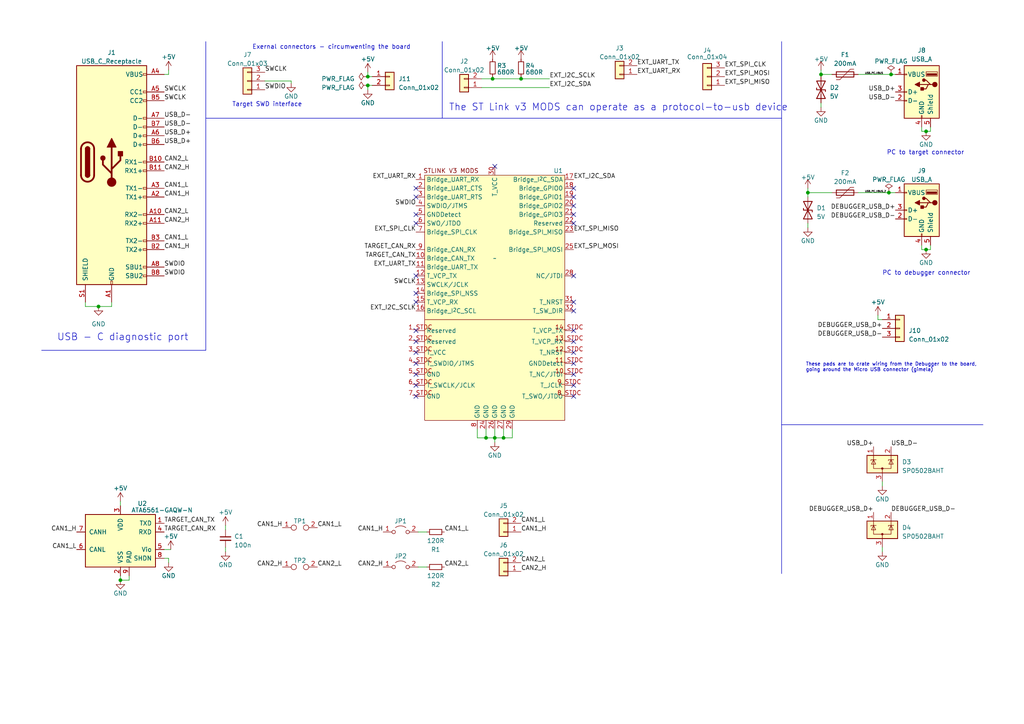
<source format=kicad_sch>
(kicad_sch (version 20230121) (generator eeschema)
  (paper "A4")
  (title_block (title "Diagnostic port - output board") (date "2023-02-23") (rev "${REVISION}") (company "Author: Szymon Kostrubiec") (comment 1 "Reviewer:"))
  (lib_symbols
    (symbol "Connector:TestPoint_2Pole" (pin_names (offset 0.762) hide)
      (property "Reference" "TP" (at 0 1.524 0))
      (property "Value" "TestPoint_2Pole" (at 0 -1.778 0))
      (symbol "TestPoint_2Pole_0_1"
        (circle (center -1.778 0) (radius 0.762))
        (circle (center 1.778 0) (radius 0.762))
        (pin passive line (at -5.08 0 0) (length 2.54) (name "1") (number "1"))
        (pin passive line (at 5.08 0 180) (length 2.54) (name "2") (number "2"))
      )
    )
    (symbol "Connector:USB_A" (pin_names (offset 1.016))
      (property "Reference" "J" (at -5.08 11.43 0))
      (property "Value" "USB_A" (at -5.08 8.89 0))
      (symbol "USB_A_0_1"
        (rectangle (start -5.08 -7.62) (end 5.08 7.62) (stroke (width 0.254)) (fill (type background)))
        (circle (center -3.81 2.159) (radius 0.635) (stroke (width 0.254)) (fill (type outline)))
        (rectangle (start -1.524 4.826) (end -4.318 5.334) (fill (type outline)))
        (rectangle (start -1.27 4.572) (end -4.572 5.842))
        (circle (center -0.635 3.429) (radius 0.381) (stroke (width 0.254)) (fill (type outline)))
        (rectangle (start -0.127 -7.62) (end 0.127 -6.858))
        (polyline (pts (xy -3.175 2.159) (xy -2.54 2.159) (xy -1.27 3.429) (xy -0.635 3.429)) (stroke (width 0.254)))
        (polyline (pts (xy -2.54 2.159) (xy -1.905 2.159) (xy -1.27 0.889) (xy 0 0.889)) (stroke (width 0.254)))
        (polyline (pts (xy 0.635 2.794) (xy 0.635 1.524) (xy 1.905 2.159) (xy 0.635 2.794)) (stroke (width 0.254)) (fill (type outline)))
        (rectangle (start 0.254 1.27) (end -0.508 0.508) (stroke (width 0.254)) (fill (type outline)))
        (rectangle (start 5.08 -2.667) (end 4.318 -2.413))
        (rectangle (start 5.08 -0.127) (end 4.318 0.127))
        (rectangle (start 5.08 4.953) (end 4.318 5.207))
      )
      (symbol "USB_A_1_1"
        (polyline (pts (xy -1.905 2.159) (xy 0.635 2.159)) (stroke (width 0.254)))
        (pin power_in line (at 7.62 5.08 180) (length 2.54) (name "VBUS") (number "1"))
        (pin bidirectional line (at 7.62 -2.54 180) (length 2.54) (name "D-") (number "2"))
        (pin bidirectional line (at 7.62 0 180) (length 2.54) (name "D+") (number "3"))
        (pin power_in line (at 0 -10.16 90) (length 2.54) (name "GND") (number "4"))
        (pin passive line (at -2.54 -10.16 90) (length 2.54) (name "Shield") (number "5"))
      )
    )
    (symbol "Connector:USB_C_Receptacle" (pin_names (offset 1.016))
      (property "Reference" "J" (at -10.16 29.21 0))
      (property "Value" "USB_C_Receptacle" (at 10.16 29.21 0))
      (symbol "USB_C_Receptacle_0_0"
        (rectangle (start -0.254 -35.56) (end 0.254 -34.544))
        (rectangle (start 10.16 -32.766) (end 9.144 -33.274))
        (rectangle (start 10.16 -30.226) (end 9.144 -30.734))
        (rectangle (start 10.16 -25.146) (end 9.144 -25.654))
        (rectangle (start 10.16 -22.606) (end 9.144 -23.114))
        (rectangle (start 10.16 -17.526) (end 9.144 -18.034))
        (rectangle (start 10.16 -14.986) (end 9.144 -15.494))
        (rectangle (start 10.16 -9.906) (end 9.144 -10.414))
        (rectangle (start 10.16 -7.366) (end 9.144 -7.874))
        (rectangle (start 10.16 -2.286) (end 9.144 -2.794))
        (rectangle (start 10.16 0.254) (end 9.144 -0.254))
        (rectangle (start 10.16 5.334) (end 9.144 4.826))
        (rectangle (start 10.16 7.874) (end 9.144 7.366))
        (rectangle (start 10.16 10.414) (end 9.144 9.906))
        (rectangle (start 10.16 12.954) (end 9.144 12.446))
        (rectangle (start 10.16 18.034) (end 9.144 17.526))
        (rectangle (start 10.16 20.574) (end 9.144 20.066))
        (rectangle (start 10.16 25.654) (end 9.144 25.146))
      )
      (symbol "USB_C_Receptacle_0_1"
        (rectangle (start -10.16 27.94) (end 10.16 -35.56) (stroke (width 0.254)) (fill (type background)))
        (arc (start -8.89 -3.81) (mid -6.985 -5.7067) (end -5.08 -3.81) (stroke (width 0.508)))
        (arc (start -7.62 -3.81) (mid -6.985 -4.4423) (end -6.35 -3.81) (stroke (width 0.254)))
        (arc (start -7.62 -3.81) (mid -6.985 -4.4423) (end -6.35 -3.81) (stroke (width 0.254)) (fill (type outline)))
        (rectangle (start -7.62 -3.81) (end -6.35 3.81) (stroke (width 0.254)) (fill (type outline)))
        (arc (start -6.35 3.81) (mid -6.985 4.4423) (end -7.62 3.81) (stroke (width 0.254)))
        (arc (start -6.35 3.81) (mid -6.985 4.4423) (end -7.62 3.81) (stroke (width 0.254)) (fill (type outline)))
        (arc (start -5.08 3.81) (mid -6.985 5.7067) (end -8.89 3.81) (stroke (width 0.508)))
        (polyline (pts (xy -8.89 -3.81) (xy -8.89 3.81)) (stroke (width 0.508)))
        (polyline (pts (xy -5.08 3.81) (xy -5.08 -3.81)) (stroke (width 0.508)))
      )
      (symbol "USB_C_Receptacle_1_1"
        (circle (center -2.54 1.143) (radius 0.635) (stroke (width 0.254)) (fill (type outline)))
        (circle (center 0 -5.842) (radius 1.27) (fill (type outline)))
        (polyline (pts (xy 0 -5.842) (xy 0 4.318)) (stroke (width 0.508)))
        (polyline (pts (xy 0 -3.302) (xy -2.54 -0.762) (xy -2.54 0.508)) (stroke (width 0.508)))
        (polyline (pts (xy 0 -2.032) (xy 2.54 0.508) (xy 2.54 1.778)) (stroke (width 0.508)))
        (polyline (pts (xy -1.27 4.318) (xy 0 6.858) (xy 1.27 4.318) (xy -1.27 4.318)) (stroke (width 0.254)) (fill (type outline)))
        (rectangle (start 1.905 1.778) (end 3.175 3.048) (stroke (width 0.254)) (fill (type outline)))
        (pin passive line (at 0 -40.64 90) (length 5.08) (name "GND") (number "A1"))
        (pin bidirectional line (at 15.24 -15.24 180) (length 5.08) (name "RX2-") (number "A10"))
        (pin bidirectional line (at 15.24 -17.78 180) (length 5.08) (name "RX2+") (number "A11"))
        (pin passive line (at 0 -40.64 90) (length 5.08) hide (name "GND") (number "A12"))
        (pin bidirectional line (at 15.24 -10.16 180) (length 5.08) (name "TX1+") (number "A2"))
        (pin bidirectional line (at 15.24 -7.62 180) (length 5.08) (name "TX1-") (number "A3"))
        (pin passive line (at 15.24 25.4 180) (length 5.08) (name "VBUS") (number "A4"))
        (pin bidirectional line (at 15.24 20.32 180) (length 5.08) (name "CC1") (number "A5"))
        (pin bidirectional line (at 15.24 7.62 180) (length 5.08) (name "D+") (number "A6"))
        (pin bidirectional line (at 15.24 12.7 180) (length 5.08) (name "D-") (number "A7"))
        (pin bidirectional line (at 15.24 -30.48 180) (length 5.08) (name "SBU1") (number "A8"))
        (pin passive line (at 15.24 25.4 180) (length 5.08) hide (name "VBUS") (number "A9"))
        (pin passive line (at 0 -40.64 90) (length 5.08) hide (name "GND") (number "B1"))
        (pin bidirectional line (at 15.24 0 180) (length 5.08) (name "RX1-") (number "B10"))
        (pin bidirectional line (at 15.24 -2.54 180) (length 5.08) (name "RX1+") (number "B11"))
        (pin passive line (at 0 -40.64 90) (length 5.08) hide (name "GND") (number "B12"))
        (pin bidirectional line (at 15.24 -25.4 180) (length 5.08) (name "TX2+") (number "B2"))
        (pin bidirectional line (at 15.24 -22.86 180) (length 5.08) (name "TX2-") (number "B3"))
        (pin passive line (at 15.24 25.4 180) (length 5.08) hide (name "VBUS") (number "B4"))
        (pin bidirectional line (at 15.24 17.78 180) (length 5.08) (name "CC2") (number "B5"))
        (pin bidirectional line (at 15.24 5.08 180) (length 5.08) (name "D+") (number "B6"))
        (pin bidirectional line (at 15.24 10.16 180) (length 5.08) (name "D-") (number "B7"))
        (pin bidirectional line (at 15.24 -33.02 180) (length 5.08) (name "SBU2") (number "B8"))
        (pin passive line (at 15.24 25.4 180) (length 5.08) hide (name "VBUS") (number "B9"))
        (pin passive line (at -7.62 -40.64 90) (length 5.08) (name "SHIELD") (number "S1"))
      )
    )
    (symbol "Connector_Generic:Conn_01x02" (pin_names (offset 1.016) hide)
      (property "Reference" "J" (at 0 2.54 0))
      (property "Value" "Conn_01x02" (at 0 -5.08 0))
      (symbol "Conn_01x02_1_1"
        (rectangle (start -1.27 -2.413) (end 0 -2.667) (stroke (width 0.1524)))
        (rectangle (start -1.27 0.127) (end 0 -0.127) (stroke (width 0.1524)))
        (rectangle (start -1.27 1.27) (end 1.27 -3.81) (stroke (width 0.254)) (fill (type background)))
        (pin passive line (at -5.08 0 0) (length 3.81) (name "Pin_1") (number "1"))
        (pin passive line (at -5.08 -2.54 0) (length 3.81) (name "Pin_2") (number "2"))
      )
    )
    (symbol "Connector_Generic:Conn_01x03" (pin_names (offset 1.016) hide)
      (property "Reference" "J" (at 0 5.08 0))
      (property "Value" "Conn_01x03" (at 0 -5.08 0))
      (symbol "Conn_01x03_1_1"
        (rectangle (start -1.27 -2.413) (end 0 -2.667) (stroke (width 0.1524)))
        (rectangle (start -1.27 0.127) (end 0 -0.127) (stroke (width 0.1524)))
        (rectangle (start -1.27 2.667) (end 0 2.413) (stroke (width 0.1524)))
        (rectangle (start -1.27 3.81) (end 1.27 -3.81) (stroke (width 0.254)) (fill (type background)))
        (pin passive line (at -5.08 2.54 0) (length 3.81) (name "Pin_1") (number "1"))
        (pin passive line (at -5.08 0 0) (length 3.81) (name "Pin_2") (number "2"))
        (pin passive line (at -5.08 -2.54 0) (length 3.81) (name "Pin_3") (number "3"))
      )
    )
    (symbol "Device:C_Small" (pin_numbers hide) (pin_names (offset 0.254) hide)
      (property "Reference" "C" (at 0.254 1.778 0))
      (property "Value" "C_Small" (at 0.254 -2.032 0))
      (symbol "C_Small_0_1"
        (polyline (pts (xy -1.524 -0.508) (xy 1.524 -0.508)) (stroke (width 0.3302)))
        (polyline (pts (xy -1.524 0.508) (xy 1.524 0.508)) (stroke (width 0.3048)))
      )
      (symbol "C_Small_1_1"
        (pin passive line (at 0 2.54 270) (length 2.032) (name "~") (number "1"))
        (pin passive line (at 0 -2.54 90) (length 2.032) (name "~") (number "2"))
      )
    )
    (symbol "Device:D_TVS" (pin_numbers hide) (pin_names (offset 1.016) hide)
      (property "Reference" "D" (at 0 2.54 0))
      (property "Value" "D_TVS" (at 0 -2.54 0))
      (symbol "D_TVS_0_1"
        (polyline (pts (xy 1.27 0) (xy -1.27 0)))
        (polyline (pts (xy 0.508 1.27) (xy 0 1.27) (xy 0 -1.27) (xy -0.508 -1.27)) (stroke (width 0.254)))
        (polyline (pts (xy -2.54 1.27) (xy -2.54 -1.27) (xy 2.54 1.27) (xy 2.54 -1.27) (xy -2.54 1.27)) (stroke (width 0.254)))
      )
      (symbol "D_TVS_1_1"
        (pin passive line (at -3.81 0 0) (length 2.54) (name "A1") (number "1"))
        (pin passive line (at 3.81 0 180) (length 2.54) (name "A2") (number "2"))
      )
    )
    (symbol "Device:Polyfuse" (pin_numbers hide) (pin_names (offset 0))
      (property "Reference" "F" (at -2.54 0 90))
      (property "Value" "Polyfuse" (at 2.54 0 90))
      (symbol "Polyfuse_0_1"
        (rectangle (start -0.762 2.54) (end 0.762 -2.54) (stroke (width 0.254)))
        (polyline (pts (xy 0 2.54) (xy 0 -2.54)))
        (polyline (pts (xy -1.524 2.54) (xy -1.524 1.524) (xy 1.524 -1.524) (xy 1.524 -2.54)))
      )
      (symbol "Polyfuse_1_1"
        (pin passive line (at 0 3.81 270) (length 1.27) (name "~") (number "1"))
        (pin passive line (at 0 -3.81 90) (length 1.27) (name "~") (number "2"))
      )
    )
    (symbol "Device:R_Small" (pin_numbers hide) (pin_names (offset 0.254) hide)
      (property "Reference" "R" (at 0.762 0.508 0))
      (property "Value" "R_Small" (at 0.762 -1.016 0))
      (symbol "R_Small_0_1"
        (rectangle (start -0.762 1.778) (end 0.762 -1.778) (stroke (width 0.2032)))
      )
      (symbol "R_Small_1_1"
        (pin passive line (at 0 2.54 270) (length 0.762) (name "~") (number "1"))
        (pin passive line (at 0 -2.54 90) (length 0.762) (name "~") (number "2"))
      )
    )
    (symbol "Interface_CAN_LIN:MCP2562-E-MF" (pin_names (offset 1.016))
      (property "Reference" "U" (at -10.16 8.89 0))
      (property "Value" "MCP2562-E-MF" (at 2.54 8.89 0))
      (symbol "MCP2562-E-MF_0_1"
        (rectangle (start -10.16 7.62) (end 10.16 -7.62) (stroke (width 0.254)) (fill (type background)))
      )
      (symbol "MCP2562-E-MF_1_1"
        (pin input line (at -12.7 5.08 0) (length 2.54) (name "TXD") (number "1"))
        (pin power_in line (at 0 -10.16 90) (length 2.54) (name "VSS") (number "2"))
        (pin power_in line (at 0 10.16 270) (length 2.54) (name "VDD") (number "3"))
        (pin output line (at -12.7 2.54 0) (length 2.54) (name "RXD") (number "4"))
        (pin power_in line (at -12.7 -2.54 0) (length 2.54) (name "Vio") (number "5"))
        (pin bidirectional line (at 12.7 -2.54 180) (length 2.54) (name "CANL") (number "6"))
        (pin bidirectional line (at 12.7 2.54 180) (length 2.54) (name "CANH") (number "7"))
        (pin input line (at -12.7 -5.08 0) (length 2.54) (name "SHDN") (number "8"))
        (pin power_in line (at -2.54 -10.16 90) (length 2.54) (name "PAD") (number "9"))
      )
    )
    (symbol "Jumper:Jumper_2_Open" (pin_names (offset 0) hide)
      (property "Reference" "JP" (at 0 2.794 0))
      (property "Value" "Jumper_2_Open" (at 0 -2.286 0))
      (symbol "Jumper_2_Open_0_0"
        (circle (center -2.032 0) (radius 0.508))
        (circle (center 2.032 0) (radius 0.508))
      )
      (symbol "Jumper_2_Open_0_1"
        (arc (start 1.524 1.27) (mid 0 1.778) (end -1.524 1.27))
      )
      (symbol "Jumper_2_Open_1_1"
        (pin passive line (at -5.08 0 0) (length 2.54) (name "A") (number "1"))
        (pin passive line (at 5.08 0 180) (length 2.54) (name "B") (number "2"))
      )
    )
    (symbol "Power_Protection:SP0502BAHT" (pin_names hide)
      (property "Reference" "D" (at 5.715 2.54 0))
      (property "Value" "SP0502BAHT" (at 5.715 0.635 0))
      (symbol "SP0502BAHT_0_0"
        (pin passive line (at 0 -5.08 90) (length 2.54) (name "A") (number "3"))
      )
      (symbol "SP0502BAHT_0_1"
        (rectangle (start -4.445 2.54) (end 4.445 -2.54) (stroke (width 0.254)) (fill (type background)))
        (circle (center 0 -1.27) (radius 0.254) (fill (type outline)))
        (polyline (pts (xy -2.54 2.54) (xy -2.54 1.27)))
        (polyline (pts (xy 0 -1.27) (xy 0 -2.54)))
        (polyline (pts (xy 2.54 2.54) (xy 2.54 1.27)))
        (polyline (pts (xy -3.302 1.016) (xy -3.302 1.27) (xy -1.905 1.27) (xy -1.778 1.27)))
        (polyline (pts (xy -2.54 1.27) (xy -2.54 -1.27) (xy 2.54 -1.27) (xy 2.54 1.27)))
        (polyline (pts (xy -2.54 1.27) (xy -1.905 0) (xy -3.175 0) (xy -2.54 1.27)))
        (polyline (pts (xy 1.778 1.016) (xy 1.778 1.27) (xy 3.175 1.27) (xy 3.302 1.27)))
        (polyline (pts (xy 2.54 1.27) (xy 1.905 0) (xy 3.175 0) (xy 2.54 1.27)))
      )
      (symbol "SP0502BAHT_1_1"
        (pin passive line (at -2.54 5.08 270) (length 2.54) (name "K") (number "1"))
        (pin passive line (at 2.54 5.08 270) (length 2.54) (name "K") (number "2"))
      )
    )
    (symbol "power:+5V" (power) (pin_names (offset 0))
      (property "Value" "+5V" (at 0 3.556 0))
      (symbol "+5V_0_1"
        (polyline (pts (xy -0.762 1.27) (xy 0 2.54)))
        (polyline (pts (xy 0 0) (xy 0 2.54)))
        (polyline (pts (xy 0 2.54) (xy 0.762 1.27)))
      )
      (symbol "+5V_1_1"
        (pin power_in line (at 0 0 90) (length 0) hide (name "+5V") (number "1"))
      )
    )
    (symbol "power:GND" (power) (pin_names (offset 0))
      (property "Value" "GND" (at 0 -3.81 0))
      (symbol "GND_0_1"
        (polyline (pts (xy 0 0) (xy 0 -1.27) (xy 1.27 -1.27) (xy 0 -2.54) (xy -1.27 -1.27) (xy 0 -1.27)))
      )
      (symbol "GND_1_1"
        (pin power_in line (at 0 0 270) (length 0) hide (name "GND") (number "1"))
      )
    )
    (symbol "power:PWR_FLAG" (power) (pin_numbers hide) (pin_names (offset 0) hide)
      (property "Value" "PWR_FLAG" (at 0 3.81 0))
      (symbol "PWR_FLAG_0_0"
        (pin power_out line (at 0 0 90) (length 0) (name "pwr") (number "1"))
      )
      (symbol "PWR_FLAG_0_1"
        (polyline (pts (xy 0 0) (xy 0 1.27) (xy -1.016 1.905) (xy 0 2.54) (xy 1.016 1.905) (xy 0 1.27)))
      )
    )
    (symbol "stlink:ST_LINK_V3_MODS"
      (property "Reference" "U" (at 19.05 25.4 0))
      (symbol "ST_LINK_V3_MODS_0_1"
        (rectangle (start -20.32 24.13) (end 20.32 -46.99) (fill (type background)))
        (polyline (pts (xy -20.32 -17.78) (xy 20.32 -17.78)))
        (text "STLINK V3 MODS" (at -12.7 25.4 0) (effects (font (size 1.27 1.27))))
      )
      (symbol "ST_LINK_V3_MODS_1_1"
        (pin input line (at -22.86 22.86 0) (length 2.54) (name "Bridge_UART_RX") (number "1"))
        (pin output line (at -22.86 0 0) (length 2.54) (name "Bridge_CAN_TX") (number "10"))
        (pin output line (at 22.86 -33.655 180) (length 2.54) (name "T_NC/JTDI") (number "10_STDC"))
        (pin output line (at -22.86 -2.54 0) (length 2.54) (name "Bridge_UART_TX") (number "11"))
        (pin output line (at 22.86 -30.48 180) (length 2.54) (name "GNDDetect") (number "11_STDC"))
        (pin input line (at -22.86 -5.08 0) (length 2.54) (name "T_VCP_TX") (number "12"))
        (pin output line (at 22.86 -27.305 180) (length 2.54) (name "T_NRST") (number "12_STDC"))
        (pin output line (at -22.86 -7.62 0) (length 2.54) (name "SWCLK/JCLK") (number "13"))
        (pin output line (at 22.86 -24.13 180) (length 2.54) (name "T_VCP_RX") (number "13_STDC"))
        (pin bidirectional line (at -22.86 -10.16 0) (length 2.54) (name "Bridge_SPI_NSS") (number "14"))
        (pin output line (at 22.86 -20.955 180) (length 2.54) (name "T_VCP_TX") (number "14_STDC"))
        (pin output line (at -22.86 -12.7 0) (length 2.54) (name "T_VCP_RX") (number "15"))
        (pin output line (at -22.86 -15.24 0) (length 2.54) (name "Bridge_I^{2}C_SCL") (number "16"))
        (pin bidirectional line (at 22.86 22.86 180) (length 2.54) (name "Bridge_I^{2}C_SDA") (number "17"))
        (pin bidirectional line (at 22.86 20.32 180) (length 2.54) (name "Bridge_GPIO0") (number "18"))
        (pin bidirectional line (at 22.86 17.78 180) (length 2.54) (name "Bridge_GPIO1") (number "19"))
        (pin output line (at -22.86 -20.955 0) (length 2.54) (name "Reserved") (number "1_STDC"))
        (pin input line (at -22.86 20.32 0) (length 2.54) (name "Bridge_UART_CTS") (number "2"))
        (pin bidirectional line (at 22.86 15.24 180) (length 2.54) (name "Bridge_GPIO2") (number "20"))
        (pin bidirectional line (at 22.86 12.7 180) (length 2.54) (name "Bridge_GPIO3") (number "21"))
        (pin power_in line (at 22.86 10.16 180) (length 2.54) (name "Reserved") (number "22"))
        (pin bidirectional line (at 22.86 7.62 180) (length 2.54) (name "Bridge_SPI_MISO") (number "23"))
        (pin power_in line (at -2.54 -49.53 90) (length 2.54) (name "GND") (number "24"))
        (pin output line (at 22.86 2.54 180) (length 2.54) (name "Bridge_SPI_MOSI") (number "25"))
        (pin power_in line (at 0 -49.53 90) (length 2.54) (name "GND") (number "26"))
        (pin power_in line (at 2.54 -49.53 90) (length 2.54) (name "GND") (number "27"))
        (pin output line (at 22.86 -5.08 180) (length 2.54) (name "NC/JTDI") (number "28"))
        (pin power_in line (at 5.08 -49.53 90) (length 2.54) (name "GND") (number "29"))
        (pin output line (at -22.86 -24.13 0) (length 2.54) (name "Reserved") (number "2_STDC"))
        (pin output line (at -22.86 17.78 0) (length 2.54) (name "Bridge_UART_RTS") (number "3"))
        (pin power_in line (at 0 26.67 270) (length 2.54) (name "T_VCC") (number "30"))
        (pin output line (at 22.86 -12.7 180) (length 2.54) (name "T_NRST") (number "31"))
        (pin output line (at 22.86 -15.24 180) (length 2.54) (name "T_SW_DIR") (number "32"))
        (pin output line (at -22.86 -27.305 0) (length 2.54) (name "T_VCC") (number "3_STDC"))
        (pin bidirectional line (at -22.86 15.24 0) (length 2.54) (name "SWDIO/JTMS") (number "4"))
        (pin output line (at -22.86 -30.48 0) (length 2.54) (name "T_SWDIO/JTMS") (number "4_STDC"))
        (pin output line (at -22.86 12.7 0) (length 2.54) (name "GNDDetect") (number "5"))
        (pin output line (at -22.86 -33.655 0) (length 2.54) (name "GND") (number "5_STDC"))
        (pin input line (at -22.86 10.16 0) (length 2.54) (name "SWO/JTDO") (number "6"))
        (pin output line (at -22.86 -36.83 0) (length 2.54) (name "T_SWCLK/JCLK") (number "6_STDC"))
        (pin bidirectional line (at -22.86 7.62 0) (length 2.54) (name "Bridge_SPI_CLK") (number "7"))
        (pin output line (at -22.86 -40.005 0) (length 2.54) (name "GND") (number "7_STDC"))
        (pin power_in line (at -5.08 -49.53 90) (length 2.54) (name "GND") (number "8"))
        (pin output line (at 22.86 -40.005 180) (length 2.54) (name "T_SWO/JTDO") (number "8_STDC"))
        (pin input line (at -22.86 2.54 0) (length 2.54) (name "Bridge_CAN_RX") (number "9"))
        (pin output line (at 22.86 -36.83 180) (length 2.54) (name "T_JCLK") (number "9_STDC"))
      )
    )
  )
  (junction (at 268.605 38.1))
  (junction (at 28.575 88.9))
  (junction (at 146.05 127))
  (junction (at 106.68 24.765))
  (junction (at 257.81 55.88))
  (junction (at 34.925 168.275))
  (junction (at 151.13 22.86))
  (junction (at 142.875 22.86))
  (junction (at 106.68 22.225))
  (junction (at 258.445 21.59))
  (junction (at 143.51 127))
  (junction (at 140.97 127))
  (junction (at 238.125 21.59))
  (junction (at 234.315 55.88))
  (junction (at 268.605 72.39))
  (no_connect (at 120.65 87.63))
  (no_connect (at 166.37 114.935))
  (no_connect (at 166.37 62.23))
  (no_connect (at 166.37 95.885))
  (no_connect (at 120.65 111.76))
  (no_connect (at 166.37 64.77))
  (no_connect (at 166.37 57.15))
  (no_connect (at 166.37 59.69))
  (no_connect (at 143.51 48.26))
  (no_connect (at 120.65 80.01))
  (no_connect (at 120.65 57.15))
  (no_connect (at 166.37 105.41))
  (no_connect (at 120.65 99.06))
  (no_connect (at 120.65 102.235))
  (no_connect (at 166.37 87.63))
  (no_connect (at 166.37 80.01))
  (no_connect (at 120.65 95.885))
  (no_connect (at 166.37 111.76))
  (no_connect (at 120.65 54.61))
  (no_connect (at 120.65 62.23))
  (no_connect (at 120.65 108.585))
  (no_connect (at 166.37 99.06))
  (no_connect (at 120.65 64.77))
  (no_connect (at 166.37 108.585))
  (no_connect (at 166.37 102.235))
  (no_connect (at 120.65 85.09))
  (no_connect (at 166.37 90.17))
  (no_connect (at 166.37 54.61))
  (no_connect (at 120.65 105.41))
  (no_connect (at 120.65 114.935))
  (wire (pts (xy 47.625 161.925) (xy 48.895 161.925)))
  (wire (pts (xy 267.335 71.12) (xy 267.335 72.39)))
  (wire (pts (xy 106.68 26.035) (xy 106.68 24.765)))
  (wire (pts (xy 142.875 22.225) (xy 142.875 22.86)))
  (wire (pts (xy 143.51 124.46) (xy 143.51 127)))
  (polyline (pts (xy 226.695 12.065) (xy 226.695 166.37)))
  (wire (pts (xy 269.875 38.1) (xy 268.605 38.1)))
  (wire (pts (xy 138.43 124.46) (xy 138.43 127)))
  (wire (pts (xy 267.335 38.1) (xy 268.605 38.1)))
  (wire (pts (xy 269.875 71.12) (xy 269.875 72.39)))
  (wire (pts (xy 234.315 64.77) (xy 234.315 66.04)))
  (wire (pts (xy 84.455 24.13) (xy 84.455 23.495)))
  (wire (pts (xy 269.875 36.83) (xy 269.875 38.1)))
  (wire (pts (xy 65.405 152.4) (xy 65.405 153.67)))
  (polyline (pts (xy 59.69 101.6) (xy 59.69 12.065)))
  (wire (pts (xy 34.925 168.275) (xy 37.465 168.275)))
  (wire (pts (xy 48.895 163.195) (xy 48.895 161.925)))
  (wire (pts (xy 151.13 22.86) (xy 159.385 22.86)))
  (wire (pts (xy 248.92 55.88) (xy 257.81 55.88)))
  (wire (pts (xy 148.59 127) (xy 146.05 127)))
  (wire (pts (xy 234.315 54.61) (xy 234.315 55.88)))
  (wire (pts (xy 269.875 72.39) (xy 268.605 72.39)))
  (wire (pts (xy 24.765 88.9) (xy 28.575 88.9)))
  (wire (pts (xy 241.3 21.59) (xy 238.125 21.59)))
  (wire (pts (xy 143.51 127) (xy 143.51 128.27)))
  (wire (pts (xy 106.68 20.955) (xy 106.68 22.225)))
  (polyline (pts (xy 128.27 34.29) (xy 128.27 12.065)))
  (wire (pts (xy 146.05 124.46) (xy 146.05 127)))
  (wire (pts (xy 140.97 127) (xy 143.51 127)))
  (wire (pts (xy 255.905 92.71) (xy 254.635 92.71)))
  (wire (pts (xy 121.285 164.465) (xy 123.825 164.465)))
  (wire (pts (xy 234.315 55.88) (xy 234.315 57.15)))
  (wire (pts (xy 142.875 22.86) (xy 151.13 22.86)))
  (wire (pts (xy 34.925 167.005) (xy 34.925 168.275)))
  (wire (pts (xy 139.7 25.4) (xy 159.385 25.4)))
  (polyline (pts (xy 226.695 34.29) (xy 128.27 34.29)))
  (wire (pts (xy 255.905 158.75) (xy 255.905 160.02)))
  (wire (pts (xy 258.445 21.59) (xy 259.715 21.59)))
  (wire (pts (xy 257.81 55.88) (xy 259.715 55.88)))
  (polyline (pts (xy 12.065 101.6) (xy 59.69 101.6)))
  (wire (pts (xy 238.125 21.59) (xy 238.125 22.225)))
  (wire (pts (xy 267.335 72.39) (xy 268.605 72.39)))
  (wire (pts (xy 34.925 145.415) (xy 34.925 146.685)))
  (wire (pts (xy 121.285 154.305) (xy 123.825 154.305)))
  (polyline (pts (xy 226.695 123.19) (xy 285.115 123.19)))
  (wire (pts (xy 48.895 21.59) (xy 48.895 20.32)))
  (wire (pts (xy 32.385 88.9) (xy 32.385 87.63)))
  (wire (pts (xy 138.43 127) (xy 140.97 127)))
  (wire (pts (xy 106.68 24.765) (xy 107.95 24.765)))
  (wire (pts (xy 24.765 87.63) (xy 24.765 88.9)))
  (wire (pts (xy 254.635 92.71) (xy 254.635 91.44)))
  (wire (pts (xy 238.125 29.845) (xy 238.125 31.115)))
  (wire (pts (xy 248.92 21.59) (xy 258.445 21.59)))
  (wire (pts (xy 139.7 22.86) (xy 142.875 22.86)))
  (wire (pts (xy 84.455 23.495) (xy 76.835 23.495)))
  (wire (pts (xy 47.625 159.385) (xy 49.53 159.385)))
  (wire (pts (xy 65.405 158.75) (xy 65.405 160.02)))
  (wire (pts (xy 47.625 21.59) (xy 48.895 21.59)))
  (wire (pts (xy 37.465 167.005) (xy 37.465 168.275)))
  (polyline (pts (xy 59.69 34.29) (xy 128.27 34.29)))
  (wire (pts (xy 238.125 20.32) (xy 238.125 21.59)))
  (wire (pts (xy 255.905 139.7) (xy 255.905 140.97)))
  (wire (pts (xy 146.05 127) (xy 143.51 127)))
  (wire (pts (xy 234.315 55.88) (xy 241.3 55.88)))
  (wire (pts (xy 151.13 22.86) (xy 151.13 22.225)))
  (wire (pts (xy 106.68 22.225) (xy 107.95 22.225)))
  (wire (pts (xy 148.59 124.46) (xy 148.59 127)))
  (wire (pts (xy 267.335 36.83) (xy 267.335 38.1)))
  (wire (pts (xy 140.97 124.46) (xy 140.97 127)))
  (wire (pts (xy 28.575 88.9) (xy 32.385 88.9)))
  (image (at -29.21 38.735) (scale 1.77051))
  (text "USB - C diagnostic port" (at 16.51 99.06 0) (effects (font (size 2 2)) (justify left bottom)))
  (text "The ST Link v3 MODS can operate as a protocol-to-usb device" (at 130.175 32.385 0) (effects (font (size 2 2)) (justify left bottom)))
  (text "These pads are to crate wiring from the Debugger to the board,\ngoing around the Micro USB connector (gimela)" (at 233.68 107.95 0) (effects (font (size 1 1)) (justify left bottom)))
  (text "Exernal connectors - circumwenting the board" (at 73.152 14.478 0) (effects (font (size 1.27 1.27)) (justify left bottom)))
  (text "Target SWD interface" (at 67.31 31.115 0) (effects (font (size 1.27 1.27)) (justify left bottom)))
  (text "PC to target connector" (at 257.175 45.085 0) (effects (font (size 1.27 1.27)) (justify left bottom)))
  (text "PC to debugger connector" (at 255.905 80.01 0) (effects (font (size 1.27 1.27)) (justify left bottom)))
  (label "CAN1_H" (at 47.625 72.39 0))
  (label "CAN1_L" (at 47.625 54.61 0))
  (label "EXT_SPI_MISO" (at 210.185 24.765 0))
  (label "CAN2_H" (at 47.625 64.77 0))
  (label "USB_PC_VBUS_2" (at 250.825 55.88 0) (effects (font (size 0.5 0.5))))
  (label "USB_D-" (at 258.445 129.54 0))
  (label "DEBUGGER_USB_D+" (at 259.715 60.96 180))
  (label "CAN2_H" (at 111.125 164.465 180))
  (label "USB_D-" (at 259.715 29.21 180))
  (label "USB_PC_VBUS" (at 250.825 21.59 0) (effects (font (size 0.5 0.5))))
  (label "CAN1_H" (at 111.125 154.305 180))
  (label "EXT_UART_TX" (at 184.785 19.05 0))
  (label "DEBUGGER_USB_D+" (at 253.365 148.59 180))
  (label "SWDIO" (at 47.625 77.47 0))
  (label "USB_D+" (at 47.625 39.37 0))
  (label "CAN1_H" (at 22.225 154.305 180))
  (label "EXT_I2C_SDA" (at 159.385 25.4 0))
  (label "CAN2_L" (at 92.075 164.465 0))
  (label "EXT_UART_TX" (at 120.65 77.47 180))
  (label "CAN1_L" (at 22.225 159.385 180))
  (label "USB_D+" (at 47.625 41.91 0))
  (label "EXT_SPI_CLK" (at 120.65 67.31 180))
  (label "CAN1_L" (at 128.905 154.305 0))
  (label "EXT_SPI_MOSI" (at 210.185 22.225 0))
  (label "EXT_UART_RX" (at 120.65 52.07 180))
  (label "CAN2_H" (at 81.915 164.465 180))
  (label "CAN1_L" (at 92.075 153.035 0))
  (label "EXT_I2C_SCLK" (at 159.385 22.86 0))
  (label "SWDIO" (at 120.65 59.69 180))
  (label "DEBUGGER_USB_D-" (at 255.905 97.79 180))
  (label "SWCLK" (at 76.835 20.955 0))
  (label "CAN2_L" (at 47.625 62.23 0))
  (label "USB_D-" (at 47.625 36.83 0))
  (label "TARGET_CAN_TX" (at 47.625 151.765 0))
  (label "DEBUGGER_USB_D-" (at 258.445 148.59 0))
  (label "EXT_I2C_SDA" (at 166.37 52.07 0))
  (label "CAN2_H" (at 47.625 49.53 0))
  (label "SWDIO" (at 76.835 26.035 0))
  (label "CAN2_H" (at 151.13 165.735 0))
  (label "SWDIO" (at 47.625 80.01 0))
  (label "EXT_SPI_MOSI" (at 166.37 72.39 0))
  (label "DEBUGGER_USB_D+" (at 255.905 95.25 180))
  (label "EXT_SPI_CLK" (at 210.185 19.685 0))
  (label "USB_D+" (at 259.715 26.67 180))
  (label "SWCLK" (at 47.625 29.21 0))
  (label "CAN1_H" (at 47.625 57.15 0))
  (label "DEBUGGER_USB_D-" (at 259.715 63.5 180))
  (label "EXT_UART_RX" (at 184.785 21.59 0))
  (label "CAN1_H" (at 81.915 153.035 180))
  (label "TARGET_CAN_RX" (at 120.65 72.39 180))
  (label "TARGET_CAN_TX" (at 120.65 74.93 180))
  (label "TARGET_CAN_RX" (at 47.625 154.305 0))
  (label "SWCLK" (at 120.65 82.55 180))
  (label "CAN2_L" (at 151.13 163.195 0))
  (label "SWCLK" (at 47.625 26.67 0))
  (label "CAN2_L" (at 128.905 164.465 0))
  (label "CAN1_L" (at 151.13 151.765 0))
  (label "EXT_I2C_SCLK" (at 120.65 90.17 180))
  (label "CAN1_L" (at 47.625 69.85 0))
  (label "CAN2_L" (at 47.625 46.99 0))
  (label "USB_D+" (at 253.365 129.54 180))
  (label "CAN1_H" (at 151.13 154.305 0))
  (label "USB_D-" (at 47.625 34.29 0))
  (label "EXT_SPI_MISO" (at 166.37 67.31 0))
  (symbol (lib_id "Connector:TestPoint_2Pole") (at 86.995 153.035 0) (unit 1)
    (property "Reference" "TP1" (at 86.995 151.13 0))
    (property "Value" "TestPoint_2Pole" (effects hide))
  )
  (symbol (lib_id "Device:C_Small") (at 65.405 156.21 0) (unit 1)
    (property "Reference" "C1" (at 67.945 155.5813 0) (effects (justify left)))
    (property "Value" "100n" (at 67.945 158.1213 0) (effects (justify left)))
  )
  (symbol (lib_id "power:+5V") (at 48.895 20.32 0) (unit 1)
    (property "Reference" "#PWR02" (effects hide))
    (property "Value" "+5V" (at 48.895 16.51 0))
  )
  (symbol (lib_id "Connector:USB_C_Receptacle") (at 32.385 46.99 0) (unit 1)
    (property "Reference" "J1" (at 32.385 15.24 0))
    (property "Value" "USB_C_Receptacle" (at 32.385 17.78 0))
    (property "Datasheet" "https://www.usb.org/sites/default/files/documents/usb_type-c.zip" (effects hide))
  )
  (symbol (lib_id "power:+5V") (at 234.315 54.61 0) (unit 1)
    (property "Reference" "#PWR06" (effects hide))
    (property "Value" "+5V" (at 234.315 51.435 0))
  )
  (symbol (lib_id "Connector_Generic:Conn_01x03") (at 71.755 23.495 180) (unit 1)
    (property "Reference" "J7" (at 71.755 15.875 0))
    (property "Value" "Conn_01x03" (at 71.755 18.415 0))
  )
  (symbol (lib_id "Device:Polyfuse") (at 245.11 21.59 90) (unit 1)
    (property "Reference" "F1" (at 245.11 15.875 90))
    (property "Value" "200mA" (at 245.11 18.415 90))
  )
  (symbol (lib_id "Jumper:Jumper_2_Open") (at 116.205 154.305 0) (unit 1)
    (property "Reference" "JP1" (at 116.205 151.13 0))
    (property "Value" "Jumper_2_Open" (effects hide))
  )
  (symbol (lib_id "Power_Protection:SP0502BAHT") (at 255.905 134.62 0) (unit 1)
    (property "Reference" "D3" (at 261.62 133.985 0) (effects (justify left)))
    (property "Value" "SP0502BAHT" (at 261.62 136.525 0) (effects (justify left)))
    (property "Datasheet" "https://www.mouser.pl/datasheet/2/916/PUSB3BB2DF-1839913.pdf" (effects hide))
  )
  (symbol (lib_id "power:GND") (at 143.51 128.27 0) (unit 1)
    (property "Reference" "#PWR012" (effects hide))
    (property "Value" "GND" (at 143.51 132.08 0))
  )
  (symbol (lib_id "Interface_CAN_LIN:MCP2562-E-MF") (at 34.925 156.845 0) (mirror y) (unit 1)
    (property "Reference" "U2" (at 41.275 146.05 0))
    (property "Value" "ATA6561-GAQW-N" (at 46.99 147.955 0))
    (property "Footprint" "Package_SO:SOIC-8_3.9x4.9mm_P1.27mm" (effects hide))
    (property "Datasheet" "https://pl.mouser.com/datasheet/2/268/ATA6560_ATA6561_High_Speed_CAN_Transceiver_DS20005-1384933.pdf" (effects hide))
  )
  (symbol (lib_id "Connector_Generic:Conn_01x03") (at 260.985 95.25 0) (unit 1)
    (property "Reference" "J10" (at 263.525 95.885 0) (effects (justify left)))
    (property "Value" "Conn_01x02" (at 263.525 98.425 0) (effects (justify left)))
    (property "Footprint" "Connector_Wire:SolderWire-0.1sqmm_1x02_P3.6mm_D0.4mm_OD1mm" (effects hide))
  )
  (symbol (lib_id "Connector:TestPoint_2Pole") (at 86.995 164.465 0) (unit 1)
    (property "Reference" "TP2" (at 86.995 162.56 0))
    (property "Value" "TestPoint_2Pole" (effects hide))
  )
  (symbol (lib_id "power:+5V") (at 49.53 159.385 0) (unit 1)
    (property "Reference" "#PWR020" (effects hide))
    (property "Value" "+5V" (at 49.53 155.575 0))
  )
  (symbol (lib_id "Device:R_Small") (at 151.13 19.685 0) (unit 1)
    (property "Reference" "R4" (at 152.4 19.05 0) (effects (justify left)))
    (property "Value" "680R" (at 152.4 20.955 0) (effects (justify left)))
  )
  (symbol (lib_id "Connector_Generic:Conn_01x02") (at 113.03 22.225 0) (unit 1)
    (property "Reference" "J11" (at 115.57 22.86 0) (effects (justify left)))
    (property "Value" "Conn_01x02" (at 115.57 25.4 0) (effects (justify left)))
  )
  (symbol (lib_id "power:GND") (at 255.905 140.97 0) (unit 1)
    (property "Reference" "#PWR09" (effects hide))
    (property "Value" "GND" (at 255.905 144.78 0))
  )
  (symbol (lib_id "Device:R_Small") (at 126.365 164.465 90) (mirror x) (unit 1)
    (property "Reference" "R2" (at 126.365 169.545 90))
    (property "Value" "120R" (at 126.365 167.005 90))
  )
  (symbol (lib_id "power:GND") (at 34.925 168.275 0) (unit 1)
    (property "Reference" "#PWR013" (effects hide))
    (property "Value" "GND" (at 34.925 172.085 0))
  )
  (symbol (lib_id "power:GND") (at 255.905 160.02 0) (unit 1)
    (property "Reference" "#PWR010" (effects hide))
    (property "Value" "GND" (at 255.905 163.83 0))
  )
  (symbol (lib_id "stlink:ST_LINK_V3_MODS") (at 143.51 74.93 0) (unit 1)
    (property "Reference" "U1" (at 161.925 49.53 0))
    (property "Value" "~" (at 143.51 74.93 0))
    (property "Datasheet" "https://www.mouser.pl/ProductDetail/STMicroelectronics/STLINK-V3MODS?qs=%252B6g0mu59x7IGXEnyh258yQ%3D%3D" (effects hide))
  )
  (symbol (lib_id "power:GND") (at 238.125 31.115 0) (unit 1)
    (property "Reference" "#PWR08" (effects hide))
    (property "Value" "GND" (at 238.125 34.925 0))
  )
  (symbol (lib_id "power:GND") (at 65.405 160.02 0) (unit 1)
    (property "Reference" "#PWR016" (effects hide))
    (property "Value" "GND" (at 65.405 163.83 0))
  )
  (symbol (lib_id "Connector_Generic:Conn_01x02") (at 179.705 21.59 180) (unit 1)
    (property "Reference" "J3" (at 179.705 13.97 0))
    (property "Value" "Conn_01x02" (at 179.705 16.51 0))
  )
  (symbol (lib_id "Jumper:Jumper_2_Open") (at 116.205 164.465 0) (unit 1)
    (property "Reference" "JP2" (at 116.205 161.29 0))
    (property "Value" "Jumper_2_Open" (effects hide))
  )
  (symbol (lib_id "power:GND") (at 48.895 163.195 0) (unit 1)
    (property "Reference" "#PWR021" (effects hide))
    (property "Value" "GND" (at 48.895 167.005 0))
  )
  (symbol (lib_id "power:+5V") (at 106.68 20.955 0) (unit 1)
    (property "Reference" "#PWR018" (effects hide))
    (property "Value" "+5V" (at 106.68 17.145 0))
  )
  (symbol (lib_id "power:PWR_FLAG") (at 106.68 22.225 90) (unit 1)
    (property "Reference" "#FLG03" (effects hide))
    (property "Value" "PWR_FLAG" (at 102.87 22.86 90) (effects (justify left)))
  )
  (symbol (lib_id "power:+5V") (at 254.635 91.44 0) (unit 1)
    (property "Reference" "#PWR011" (effects hide))
    (property "Value" "+5V" (at 254.635 87.63 0))
  )
  (symbol (lib_id "power:PWR_FLAG") (at 257.81 55.88 0) (unit 1)
    (property "Reference" "#FLG01" (effects hide))
    (property "Value" "PWR_FLAG" (at 257.81 52.07 0))
  )
  (symbol (lib_id "power:PWR_FLAG") (at 258.445 21.59 0) (unit 1)
    (property "Reference" "#FLG02" (effects hide))
    (property "Value" "PWR_FLAG" (at 258.445 17.78 0))
  )
  (symbol (lib_id "power:+5V") (at 151.13 17.145 0) (unit 1)
    (property "Reference" "#PWR023" (effects hide))
    (property "Value" "+5V" (at 151.13 13.97 0))
  )
  (symbol (lib_id "Connector_Generic:Conn_01x02") (at 146.05 165.735 180) (unit 1)
    (property "Reference" "J6" (at 146.05 158.115 0))
    (property "Value" "Conn_01x02" (at 146.05 160.655 0))
  )
  (symbol (lib_id "power:GND") (at 268.605 72.39 0) (unit 1)
    (property "Reference" "#PWR015" (effects hide))
    (property "Value" "GND" (at 268.605 76.2 0))
  )
  (symbol (lib_id "Connector:USB_A") (at 267.335 26.67 0) (mirror y) (unit 1)
    (property "Reference" "J8" (at 267.335 14.605 0))
    (property "Value" "USB_A" (at 267.335 17.145 0))
    (property "Datasheet" " ~" (effects hide))
  )
  (symbol (lib_id "power:GND") (at 234.315 66.04 0) (unit 1)
    (property "Reference" "#PWR07" (effects hide))
    (property "Value" "GND" (at 234.315 69.85 0))
  )
  (symbol (lib_id "Connector_Generic:Conn_01x02") (at 146.05 154.305 180) (unit 1)
    (property "Reference" "J5" (at 146.05 146.685 0))
    (property "Value" "Conn_01x02" (at 146.05 149.225 0))
  )
  (symbol (lib_id "Device:Polyfuse") (at 245.11 55.88 90) (unit 1)
    (property "Reference" "F2" (at 245.11 50.165 90))
    (property "Value" "200mA" (at 245.11 52.705 90))
  )
  (symbol (lib_id "power:GND") (at 106.68 26.035 0) (unit 1)
    (property "Reference" "#PWR019" (effects hide))
    (property "Value" "GND" (at 106.68 29.845 0))
  )
  (symbol (lib_id "power:GND") (at 28.575 88.9 0) (unit 1)
    (property "Reference" "#PWR01" (effects hide))
    (property "Value" "GND" (at 28.575 93.98 0))
  )
  (symbol (lib_id "Power_Protection:SP0502BAHT") (at 255.905 153.67 0) (unit 1)
    (property "Reference" "D4" (at 261.62 153.035 0) (effects (justify left)))
    (property "Value" "SP0502BAHT" (at 261.62 155.575 0) (effects (justify left)))
    (property "Datasheet" "https://www.mouser.pl/datasheet/2/916/PUSB3BB2DF-1839913.pdf" (effects hide))
  )
  (symbol (lib_id "Device:D_TVS") (at 238.125 26.035 90) (unit 1)
    (property "Reference" "D2" (at 240.665 25.4 90) (effects (justify right)))
    (property "Value" "5V" (at 240.665 27.94 90) (effects (justify right)))
    (property "Datasheet" "https://www.mouser.pl/ProductDetail/Diodes-Incorporated/DESD5V0U1BB-7?qs=s5XU71A7K78KAdjKbnQNRw%3D%3D" (effects hide))
  )
  (symbol (lib_id "Device:R_Small") (at 142.875 19.685 0) (unit 1)
    (property "Reference" "R3" (at 144.145 19.05 0) (effects (justify left)))
    (property "Value" "680R" (at 144.145 20.955 0) (effects (justify left)))
  )
  (symbol (lib_id "power:GND") (at 84.455 24.13 0) (unit 1)
    (property "Reference" "#PWR03" (effects hide))
    (property "Value" "GND" (at 84.455 27.94 0))
  )
  (symbol (lib_id "power:GND") (at 268.605 38.1 0) (unit 1)
    (property "Reference" "#PWR04" (effects hide))
    (property "Value" "GND" (at 268.605 41.91 0))
  )
  (symbol (lib_id "power:PWR_FLAG") (at 106.68 24.765 90) (unit 1)
    (property "Reference" "#FLG04" (effects hide))
    (property "Value" "PWR_FLAG" (at 102.87 25.4 90) (effects (justify left)))
  )
  (symbol (lib_id "Connector:USB_A") (at 267.335 60.96 0) (mirror y) (unit 1)
    (property "Reference" "J9" (at 267.335 49.53 0))
    (property "Value" "USB_A" (at 267.335 52.07 0))
    (property "Datasheet" " ~" (effects hide))
  )
  (symbol (lib_id "Connector_Generic:Conn_01x02") (at 134.62 25.4 180) (unit 1)
    (property "Reference" "J2" (at 134.62 17.78 0))
    (property "Value" "Conn_01x02" (at 134.62 20.32 0))
  )
  (symbol (lib_id "power:+5V") (at 34.925 145.415 0) (unit 1)
    (property "Reference" "#PWR014" (effects hide))
    (property "Value" "+5V" (at 34.925 141.605 0))
  )
  (symbol (lib_id "Device:D_TVS") (at 234.315 60.96 90) (unit 1)
    (property "Reference" "D1" (at 236.855 60.325 90) (effects (justify right)))
    (property "Value" "5V" (at 236.855 62.865 90) (effects (justify right)))
    (property "Datasheet" "https://www.mouser.pl/ProductDetail/Diodes-Incorporated/DESD5V0U1BB-7?qs=s5XU71A7K78KAdjKbnQNRw%3D%3D" (effects hide))
  )
  (symbol (lib_id "power:+5V") (at 238.125 20.32 0) (unit 1)
    (property "Reference" "#PWR05" (effects hide))
    (property "Value" "+5V" (at 238.125 17.145 0))
  )
  (symbol (lib_id "Device:R_Small") (at 126.365 154.305 90) (mirror x) (unit 1)
    (property "Reference" "R1" (at 126.365 159.385 90))
    (property "Value" "120R" (at 126.365 156.845 90))
  )
  (symbol (lib_id "Connector_Generic:Conn_01x03") (at 205.105 22.225 180) (unit 1)
    (property "Reference" "J4" (at 205.105 14.605 0))
    (property "Value" "Conn_01x04" (at 205.105 16.51 0))
  )
  (symbol (lib_id "power:+5V") (at 65.405 152.4 0) (unit 1)
    (property "Reference" "#PWR017" (effects hide))
    (property "Value" "+5V" (at 65.405 148.59 0))
  )
  (symbol (lib_id "power:+5V") (at 142.875 17.145 0) (unit 1)
    (property "Reference" "#PWR022" (effects hide))
    (property "Value" "+5V" (at 142.875 13.97 0))
  )
)
</source>
